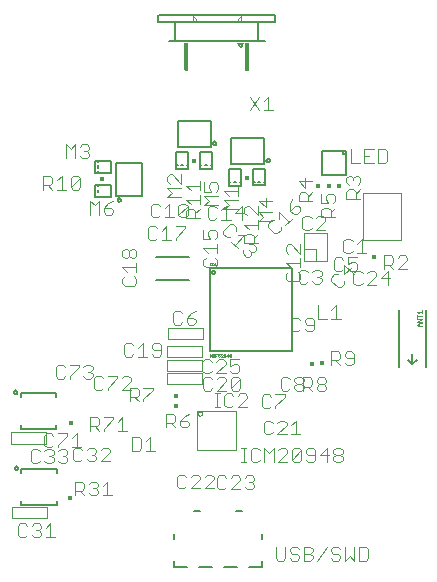
<source format=gto>
G75*
%MOIN*%
%OFA0B0*%
%FSLAX25Y25*%
%IPPOS*%
%LPD*%
%AMOC8*
5,1,8,0,0,1.08239X$1,22.5*
%
%ADD10C,0.00200*%
%ADD11C,0.00400*%
%ADD12C,0.00500*%
%ADD13C,0.00800*%
%ADD14C,0.00197*%
%ADD15R,0.01181X0.01181*%
%ADD16C,0.00100*%
%ADD17C,0.00246*%
%ADD18C,0.00394*%
D10*
X0018270Y0021456D02*
X0006672Y0021456D01*
X0006672Y0025259D01*
X0018270Y0025259D01*
X0018270Y0021456D01*
X0058776Y0084850D02*
X0070375Y0084850D01*
X0070375Y0081047D01*
X0058776Y0081047D01*
X0058776Y0084850D01*
X0058477Y0069861D02*
X0070076Y0069861D01*
X0070076Y0066057D01*
X0058477Y0066057D01*
X0058477Y0069861D01*
X0058383Y0078913D02*
X0069981Y0078913D01*
X0069981Y0075109D01*
X0058383Y0075109D01*
X0058383Y0078913D01*
X0058431Y0074173D02*
X0070030Y0074173D01*
X0070030Y0070370D01*
X0058431Y0070370D01*
X0058431Y0074173D01*
X0017917Y0046256D02*
X0006319Y0046256D01*
X0006319Y0050059D01*
X0017917Y0050059D01*
X0017917Y0046256D01*
D11*
X0011821Y0018885D02*
X0011054Y0019653D01*
X0009519Y0019653D01*
X0008752Y0018885D01*
X0008752Y0015816D01*
X0009519Y0015049D01*
X0011054Y0015049D01*
X0011821Y0015816D01*
X0013356Y0018885D02*
X0014123Y0019653D01*
X0015658Y0019653D01*
X0016425Y0018885D01*
X0016425Y0018118D01*
X0015658Y0017351D01*
X0014891Y0017351D01*
X0015658Y0017351D02*
X0016425Y0016583D01*
X0016425Y0015816D01*
X0015658Y0015049D01*
X0014123Y0015049D01*
X0013356Y0015816D01*
X0017960Y0018118D02*
X0019494Y0019653D01*
X0019494Y0015049D01*
X0017960Y0015049D02*
X0021029Y0015049D01*
X0030209Y0044163D02*
X0029441Y0044930D01*
X0027907Y0044930D01*
X0027139Y0044163D01*
X0027139Y0041094D01*
X0027907Y0040326D01*
X0029441Y0040326D01*
X0030209Y0041094D01*
X0031743Y0044163D02*
X0032511Y0044930D01*
X0034045Y0044930D01*
X0034813Y0044163D01*
X0034813Y0043396D01*
X0034045Y0042628D01*
X0033278Y0042628D01*
X0034045Y0042628D02*
X0034813Y0041861D01*
X0034813Y0041094D01*
X0034045Y0040326D01*
X0032511Y0040326D01*
X0031743Y0041094D01*
X0039416Y0040326D02*
X0036347Y0040326D01*
X0039416Y0043396D01*
X0039416Y0044163D01*
X0038649Y0044930D01*
X0037115Y0044930D01*
X0036347Y0044163D01*
X0016008Y0043704D02*
X0015241Y0044471D01*
X0013706Y0044471D01*
X0012939Y0043704D01*
X0012939Y0040634D01*
X0013706Y0039867D01*
X0015241Y0039867D01*
X0016008Y0040634D01*
X0017543Y0043704D02*
X0018310Y0044471D01*
X0019844Y0044471D01*
X0020612Y0043704D01*
X0020612Y0042936D01*
X0019844Y0042169D01*
X0019077Y0042169D01*
X0019844Y0042169D02*
X0020612Y0041402D01*
X0020612Y0040634D01*
X0019844Y0039867D01*
X0018310Y0039867D01*
X0017543Y0040634D01*
X0022146Y0043704D02*
X0022914Y0044471D01*
X0024448Y0044471D01*
X0025216Y0043704D01*
X0025216Y0042936D01*
X0024448Y0042169D01*
X0023681Y0042169D01*
X0024448Y0042169D02*
X0025216Y0041402D01*
X0025216Y0040634D01*
X0024448Y0039867D01*
X0022914Y0039867D01*
X0022146Y0040634D01*
X0119587Y0144457D02*
X0119587Y0139854D01*
X0122656Y0139854D01*
X0127260Y0144457D02*
X0124191Y0144457D01*
X0124191Y0139854D01*
X0127260Y0139854D01*
X0125726Y0142155D02*
X0124191Y0142155D01*
X0128795Y0144457D02*
X0128795Y0139854D01*
X0131097Y0139854D01*
X0131864Y0140621D01*
X0131864Y0143690D01*
X0131097Y0144457D01*
X0128795Y0144457D01*
X0094723Y0011847D02*
X0094723Y0008011D01*
X0095490Y0007243D01*
X0097025Y0007243D01*
X0097792Y0008011D01*
X0097792Y0011847D01*
X0102396Y0011080D02*
X0101629Y0011847D01*
X0100094Y0011847D01*
X0099327Y0011080D01*
X0099327Y0010313D01*
X0100094Y0009545D01*
X0101629Y0009545D01*
X0102396Y0008778D01*
X0102396Y0008011D01*
X0101629Y0007243D01*
X0100094Y0007243D01*
X0099327Y0008011D01*
X0103931Y0007243D02*
X0103931Y0011847D01*
X0106233Y0011847D01*
X0107000Y0011080D01*
X0107000Y0010313D01*
X0106233Y0009545D01*
X0107000Y0008778D01*
X0107000Y0008011D01*
X0106233Y0007243D01*
X0103931Y0007243D01*
X0103931Y0009545D02*
X0106233Y0009545D01*
X0108535Y0007243D02*
X0111604Y0011847D01*
X0116208Y0011080D02*
X0115441Y0011847D01*
X0113906Y0011847D01*
X0113139Y0011080D01*
X0113139Y0010313D01*
X0113906Y0009545D01*
X0115441Y0009545D01*
X0116208Y0008778D01*
X0116208Y0008011D01*
X0115441Y0007243D01*
X0113906Y0007243D01*
X0113139Y0008011D01*
X0117742Y0011847D02*
X0117742Y0007243D01*
X0119277Y0008778D01*
X0120812Y0007243D01*
X0120812Y0011847D01*
X0122346Y0011847D02*
X0122346Y0007243D01*
X0124648Y0007243D01*
X0125416Y0008011D01*
X0125416Y0011080D01*
X0124648Y0011847D01*
X0122346Y0011847D01*
X0083071Y0187205D02*
X0083071Y0188780D01*
X0082087Y0187795D01*
X0082087Y0187205D01*
X0067913Y0187205D02*
X0067913Y0187795D01*
X0066929Y0188780D01*
X0066929Y0187205D01*
X0085992Y0161930D02*
X0089061Y0157326D01*
X0085992Y0157326D02*
X0089061Y0161930D01*
X0090596Y0160395D02*
X0092131Y0161930D01*
X0092131Y0157326D01*
X0093665Y0157326D02*
X0090596Y0157326D01*
X0083858Y0179921D02*
X0083858Y0179724D01*
X0082874Y0178346D01*
X0081890Y0179724D01*
X0081890Y0179921D01*
X0083858Y0179921D01*
X0083007Y0178533D02*
X0082741Y0178533D01*
X0082456Y0178932D02*
X0083292Y0178932D01*
X0083577Y0179330D02*
X0082171Y0179330D01*
X0081890Y0179729D02*
X0083858Y0179729D01*
X0130791Y0104428D02*
X0130791Y0109032D01*
X0133093Y0109032D01*
X0133861Y0108265D01*
X0133861Y0106730D01*
X0133093Y0105963D01*
X0130791Y0105963D01*
X0132326Y0105963D02*
X0133861Y0104428D01*
X0138465Y0104428D02*
X0135395Y0104428D01*
X0138465Y0107498D01*
X0138465Y0108265D01*
X0137697Y0109032D01*
X0136163Y0109032D01*
X0135395Y0108265D01*
X0106605Y0121345D02*
X0105838Y0122113D01*
X0104304Y0122113D01*
X0103536Y0121345D01*
X0103536Y0118276D01*
X0104304Y0117509D01*
X0105838Y0117509D01*
X0106605Y0118276D01*
X0111209Y0117509D02*
X0108140Y0117509D01*
X0111209Y0120578D01*
X0111209Y0121345D01*
X0110442Y0122113D01*
X0108907Y0122113D01*
X0108140Y0121345D01*
X0120247Y0113673D02*
X0119480Y0114441D01*
X0117945Y0114441D01*
X0117178Y0113673D01*
X0117178Y0110604D01*
X0117945Y0109837D01*
X0119480Y0109837D01*
X0120247Y0110604D01*
X0121781Y0112906D02*
X0123316Y0114441D01*
X0123316Y0109837D01*
X0121781Y0109837D02*
X0124851Y0109837D01*
X0105333Y0103404D02*
X0104566Y0104171D01*
X0103031Y0104171D01*
X0102264Y0103404D01*
X0102264Y0100334D01*
X0103031Y0099567D01*
X0104566Y0099567D01*
X0105333Y0100334D01*
X0106868Y0103404D02*
X0107635Y0104171D01*
X0109170Y0104171D01*
X0109937Y0103404D01*
X0109937Y0102636D01*
X0109170Y0101869D01*
X0108403Y0101869D01*
X0109170Y0101869D02*
X0109937Y0101102D01*
X0109937Y0100334D01*
X0109170Y0099567D01*
X0107635Y0099567D01*
X0106868Y0100334D01*
X0115248Y0102662D02*
X0114163Y0102662D01*
X0113077Y0101576D01*
X0113077Y0100491D01*
X0115248Y0098321D01*
X0116333Y0098321D01*
X0117418Y0099406D01*
X0117418Y0100491D01*
X0120674Y0102662D02*
X0117418Y0105917D01*
X0117418Y0102662D01*
X0119588Y0104832D01*
X0056087Y0125503D02*
X0055319Y0126270D01*
X0053785Y0126270D01*
X0053017Y0125503D01*
X0053017Y0122433D01*
X0053785Y0121666D01*
X0055319Y0121666D01*
X0056087Y0122433D01*
X0057621Y0124735D02*
X0059156Y0126270D01*
X0059156Y0121666D01*
X0057621Y0121666D02*
X0060691Y0121666D01*
X0062225Y0122433D02*
X0062225Y0125503D01*
X0062992Y0126270D01*
X0064527Y0126270D01*
X0065294Y0125503D01*
X0065294Y0122433D01*
X0064527Y0121666D01*
X0062992Y0121666D01*
X0062225Y0122433D01*
X0065294Y0125503D01*
X0063376Y0089761D02*
X0062609Y0090528D01*
X0061074Y0090528D01*
X0060307Y0089761D01*
X0060307Y0086692D01*
X0061074Y0085924D01*
X0062609Y0085924D01*
X0063376Y0086692D01*
X0067980Y0090528D02*
X0066446Y0089761D01*
X0064911Y0088226D01*
X0064911Y0086692D01*
X0065678Y0085924D01*
X0067213Y0085924D01*
X0067980Y0086692D01*
X0067980Y0087459D01*
X0067213Y0088226D01*
X0064911Y0088226D01*
X0093026Y0061958D02*
X0092259Y0062725D01*
X0090724Y0062725D01*
X0089957Y0061958D01*
X0089957Y0058889D01*
X0090724Y0058121D01*
X0092259Y0058121D01*
X0093026Y0058889D01*
X0094561Y0062725D02*
X0097630Y0062725D01*
X0097630Y0061958D01*
X0094561Y0058889D01*
X0094561Y0058121D01*
X0099339Y0067741D02*
X0098571Y0068508D01*
X0097037Y0068508D01*
X0096269Y0067741D01*
X0096269Y0064671D01*
X0097037Y0063904D01*
X0098571Y0063904D01*
X0099339Y0064671D01*
X0100873Y0067741D02*
X0101641Y0068508D01*
X0103175Y0068508D01*
X0103943Y0067741D01*
X0103943Y0066973D01*
X0103175Y0066206D01*
X0103943Y0065439D01*
X0103943Y0064671D01*
X0103175Y0063904D01*
X0101641Y0063904D01*
X0100873Y0064671D01*
X0100873Y0065439D01*
X0101641Y0066206D01*
X0100873Y0066973D01*
X0100873Y0067741D01*
X0101641Y0066206D02*
X0103175Y0066206D01*
X0102842Y0087473D02*
X0102074Y0088241D01*
X0100540Y0088241D01*
X0099772Y0087473D01*
X0099772Y0084404D01*
X0100540Y0083637D01*
X0102074Y0083637D01*
X0102842Y0084404D01*
X0104376Y0084404D02*
X0105144Y0083637D01*
X0106678Y0083637D01*
X0107446Y0084404D01*
X0107446Y0087473D01*
X0106678Y0088241D01*
X0105144Y0088241D01*
X0104376Y0087473D01*
X0104376Y0086706D01*
X0105144Y0085939D01*
X0107446Y0085939D01*
X0098860Y0103446D02*
X0098093Y0102679D01*
X0098093Y0101144D01*
X0098860Y0100377D01*
X0101929Y0100377D01*
X0102696Y0101144D01*
X0102696Y0102679D01*
X0101929Y0103446D01*
X0099627Y0104981D02*
X0098093Y0106515D01*
X0102696Y0106515D01*
X0102696Y0104981D02*
X0102696Y0108050D01*
X0102696Y0112654D02*
X0102696Y0109585D01*
X0099627Y0112654D01*
X0098860Y0112654D01*
X0098093Y0111887D01*
X0098093Y0110352D01*
X0098860Y0109585D01*
X0071254Y0108265D02*
X0070486Y0107498D01*
X0070486Y0105963D01*
X0071254Y0105196D01*
X0074323Y0105196D01*
X0075090Y0105963D01*
X0075090Y0107498D01*
X0074323Y0108265D01*
X0072021Y0109800D02*
X0070486Y0111334D01*
X0075090Y0111334D01*
X0075090Y0109800D02*
X0075090Y0112869D01*
X0070486Y0117473D02*
X0070486Y0114404D01*
X0072788Y0114404D01*
X0072021Y0115938D01*
X0072021Y0116705D01*
X0072788Y0117473D01*
X0074323Y0117473D01*
X0075090Y0116705D01*
X0075090Y0115171D01*
X0074323Y0114404D01*
X0081526Y0117283D02*
X0081526Y0118368D01*
X0080441Y0119453D01*
X0079355Y0119453D01*
X0077185Y0117283D01*
X0077185Y0116198D01*
X0078270Y0115113D01*
X0079355Y0115112D01*
X0082068Y0115655D02*
X0084239Y0115655D01*
X0080983Y0112400D01*
X0079898Y0113485D02*
X0082068Y0111314D01*
X0085866Y0112942D02*
X0086952Y0112942D01*
X0088037Y0111857D01*
X0088037Y0110772D01*
X0087494Y0110229D01*
X0086409Y0110229D01*
X0085866Y0110772D01*
X0086409Y0110229D02*
X0086409Y0109144D01*
X0085866Y0108602D01*
X0084781Y0108602D01*
X0083696Y0109687D01*
X0083696Y0110772D01*
X0074984Y0124752D02*
X0074217Y0125519D01*
X0072682Y0125519D01*
X0071915Y0124752D01*
X0071915Y0121682D01*
X0072682Y0120915D01*
X0074217Y0120915D01*
X0074984Y0121682D01*
X0076519Y0123984D02*
X0078054Y0125519D01*
X0078054Y0120915D01*
X0079588Y0120915D02*
X0076519Y0120915D01*
X0083425Y0120915D02*
X0083425Y0125519D01*
X0081123Y0123217D01*
X0084192Y0123217D01*
X0044317Y0102030D02*
X0043549Y0101263D01*
X0043549Y0099728D01*
X0044317Y0098961D01*
X0047386Y0098961D01*
X0048153Y0099728D01*
X0048153Y0101263D01*
X0047386Y0102030D01*
X0045084Y0103565D02*
X0043549Y0105100D01*
X0048153Y0105100D01*
X0048153Y0106634D02*
X0048153Y0103565D01*
X0044317Y0108169D02*
X0043549Y0108936D01*
X0043549Y0110471D01*
X0044317Y0111238D01*
X0045084Y0111238D01*
X0045851Y0110471D01*
X0046619Y0111238D01*
X0047386Y0111238D01*
X0048153Y0110471D01*
X0048153Y0108936D01*
X0047386Y0108169D01*
X0046619Y0108169D01*
X0045851Y0108936D01*
X0045084Y0108169D01*
X0044317Y0108169D01*
X0045851Y0108936D02*
X0045851Y0110471D01*
X0055106Y0117983D02*
X0054339Y0118750D01*
X0052804Y0118750D01*
X0052037Y0117983D01*
X0052037Y0114914D01*
X0052804Y0114146D01*
X0054339Y0114146D01*
X0055106Y0114914D01*
X0056641Y0117216D02*
X0058176Y0118750D01*
X0058176Y0114146D01*
X0059710Y0114146D02*
X0056641Y0114146D01*
X0061245Y0118750D02*
X0064314Y0118750D01*
X0064314Y0117983D01*
X0061245Y0114914D01*
X0061245Y0114146D01*
X0073471Y0067803D02*
X0072704Y0068570D01*
X0071169Y0068570D01*
X0070402Y0067803D01*
X0070402Y0064733D01*
X0071169Y0063966D01*
X0072704Y0063966D01*
X0073471Y0064733D01*
X0078075Y0063966D02*
X0075005Y0063966D01*
X0078075Y0067035D01*
X0078075Y0067803D01*
X0077307Y0068570D01*
X0075773Y0068570D01*
X0075005Y0067803D01*
X0079609Y0064733D02*
X0079609Y0067803D01*
X0080377Y0068570D01*
X0081911Y0068570D01*
X0082679Y0067803D01*
X0082679Y0064733D01*
X0081911Y0063966D01*
X0080377Y0063966D01*
X0079609Y0064733D01*
X0082679Y0067803D01*
X0047195Y0079059D02*
X0046428Y0079827D01*
X0044893Y0079827D01*
X0044126Y0079059D01*
X0044126Y0075990D01*
X0044893Y0075223D01*
X0046428Y0075223D01*
X0047195Y0075990D01*
X0048730Y0078292D02*
X0050265Y0079827D01*
X0050265Y0075223D01*
X0051799Y0075223D02*
X0048730Y0075223D01*
X0053334Y0075990D02*
X0054101Y0075223D01*
X0055636Y0075223D01*
X0056403Y0075990D01*
X0056403Y0079059D01*
X0055636Y0079827D01*
X0054101Y0079827D01*
X0053334Y0079059D01*
X0053334Y0078292D01*
X0054101Y0077525D01*
X0056403Y0077525D01*
X0117089Y0107600D02*
X0116322Y0108368D01*
X0114787Y0108368D01*
X0114020Y0107600D01*
X0114020Y0104531D01*
X0114787Y0103764D01*
X0116322Y0103764D01*
X0117089Y0104531D01*
X0121693Y0108368D02*
X0118624Y0108368D01*
X0118624Y0106066D01*
X0120158Y0106833D01*
X0120926Y0106833D01*
X0121693Y0106066D01*
X0121693Y0104531D01*
X0120926Y0103764D01*
X0119391Y0103764D01*
X0118624Y0104531D01*
X0094086Y0120710D02*
X0093001Y0120710D01*
X0091916Y0119625D01*
X0091916Y0118540D01*
X0094086Y0116369D01*
X0095171Y0116369D01*
X0096257Y0117455D01*
X0096257Y0118540D01*
X0095714Y0121253D02*
X0095714Y0123423D01*
X0098969Y0120167D01*
X0097884Y0119082D02*
X0100055Y0121253D01*
X0100055Y0127764D02*
X0099512Y0126136D01*
X0099512Y0123965D01*
X0100597Y0122880D01*
X0101682Y0122880D01*
X0102767Y0123965D01*
X0102767Y0125051D01*
X0102225Y0125593D01*
X0101140Y0125593D01*
X0099512Y0123965D01*
X0123635Y0103031D02*
X0122868Y0103798D01*
X0121333Y0103798D01*
X0120566Y0103031D01*
X0120566Y0099961D01*
X0121333Y0099194D01*
X0122868Y0099194D01*
X0123635Y0099961D01*
X0128239Y0099194D02*
X0125170Y0099194D01*
X0128239Y0102263D01*
X0128239Y0103031D01*
X0127472Y0103798D01*
X0125937Y0103798D01*
X0125170Y0103031D01*
X0132076Y0099194D02*
X0132076Y0103798D01*
X0129774Y0101496D01*
X0132843Y0101496D01*
X0073307Y0073611D02*
X0072539Y0074379D01*
X0071005Y0074379D01*
X0070237Y0073611D01*
X0070237Y0070542D01*
X0071005Y0069775D01*
X0072539Y0069775D01*
X0073307Y0070542D01*
X0077911Y0069775D02*
X0074841Y0069775D01*
X0077911Y0072844D01*
X0077911Y0073611D01*
X0077143Y0074379D01*
X0075609Y0074379D01*
X0074841Y0073611D01*
X0082515Y0074379D02*
X0079445Y0074379D01*
X0079445Y0072077D01*
X0080980Y0072844D01*
X0081747Y0072844D01*
X0082515Y0072077D01*
X0082515Y0070542D01*
X0081747Y0069775D01*
X0080213Y0069775D01*
X0079445Y0070542D01*
X0108631Y0092343D02*
X0108631Y0087739D01*
X0111700Y0087739D01*
X0113235Y0090809D02*
X0114770Y0092343D01*
X0114770Y0087739D01*
X0116304Y0087739D02*
X0113235Y0087739D01*
X0122784Y0127960D02*
X0118180Y0127960D01*
X0118180Y0130262D01*
X0118948Y0131029D01*
X0120482Y0131029D01*
X0121250Y0130262D01*
X0121250Y0127960D01*
X0121250Y0129494D02*
X0122784Y0131029D01*
X0118948Y0132564D02*
X0118180Y0133331D01*
X0118180Y0134866D01*
X0118948Y0135633D01*
X0119715Y0135633D01*
X0120482Y0134866D01*
X0120482Y0134098D01*
X0120482Y0134866D02*
X0121250Y0135633D01*
X0122017Y0135633D01*
X0122784Y0134866D01*
X0122784Y0133331D01*
X0122017Y0132564D01*
X0106863Y0126976D02*
X0102259Y0126976D01*
X0102259Y0129278D01*
X0103026Y0130046D01*
X0104561Y0130046D01*
X0105328Y0129278D01*
X0105328Y0126976D01*
X0105328Y0128511D02*
X0106863Y0130046D01*
X0106863Y0133882D02*
X0102259Y0133882D01*
X0104561Y0131580D01*
X0104561Y0134650D01*
X0114489Y0121771D02*
X0109885Y0121771D01*
X0109885Y0124073D01*
X0110652Y0124840D01*
X0112187Y0124840D01*
X0112954Y0124073D01*
X0112954Y0121771D01*
X0112954Y0123305D02*
X0114489Y0124840D01*
X0109885Y0129444D02*
X0109885Y0126375D01*
X0112187Y0126375D01*
X0111420Y0127909D01*
X0111420Y0128677D01*
X0112187Y0129444D01*
X0113722Y0129444D01*
X0114489Y0128677D01*
X0114489Y0127142D01*
X0113722Y0126375D01*
X0075959Y0058369D02*
X0074424Y0058369D01*
X0075192Y0058369D02*
X0075192Y0062973D01*
X0075959Y0062973D02*
X0074424Y0062973D01*
X0080563Y0062206D02*
X0079796Y0062973D01*
X0078261Y0062973D01*
X0077494Y0062206D01*
X0077494Y0059137D01*
X0078261Y0058369D01*
X0079796Y0058369D01*
X0080563Y0059137D01*
X0085167Y0058369D02*
X0082098Y0058369D01*
X0085167Y0061439D01*
X0085167Y0062206D01*
X0084400Y0062973D01*
X0082865Y0062973D01*
X0082098Y0062206D01*
X0083204Y0040192D02*
X0084739Y0040192D01*
X0083971Y0040192D02*
X0083971Y0044796D01*
X0083204Y0044796D02*
X0084739Y0044796D01*
X0089342Y0044029D02*
X0088575Y0044796D01*
X0087041Y0044796D01*
X0086273Y0044029D01*
X0086273Y0040959D01*
X0087041Y0040192D01*
X0088575Y0040192D01*
X0089342Y0040959D01*
X0090877Y0040192D02*
X0090877Y0044796D01*
X0092412Y0043261D01*
X0093946Y0044796D01*
X0093946Y0040192D01*
X0098550Y0040192D02*
X0095481Y0040192D01*
X0098550Y0043261D01*
X0098550Y0044029D01*
X0097783Y0044796D01*
X0096248Y0044796D01*
X0095481Y0044029D01*
X0100085Y0040959D02*
X0100085Y0044029D01*
X0100852Y0044796D01*
X0102387Y0044796D01*
X0103154Y0044029D01*
X0103154Y0040959D01*
X0102387Y0040192D01*
X0100852Y0040192D01*
X0100085Y0040959D01*
X0103154Y0044029D01*
X0104689Y0040959D02*
X0105456Y0040192D01*
X0106991Y0040192D01*
X0107758Y0040959D01*
X0107758Y0044029D01*
X0106991Y0044796D01*
X0105456Y0044796D01*
X0104689Y0044029D01*
X0104689Y0043261D01*
X0105456Y0042494D01*
X0107758Y0042494D01*
X0111595Y0040192D02*
X0111595Y0044796D01*
X0109293Y0042494D01*
X0112362Y0042494D01*
X0113897Y0044029D02*
X0114664Y0044796D01*
X0116199Y0044796D01*
X0116966Y0044029D01*
X0116966Y0043261D01*
X0116199Y0042494D01*
X0116966Y0041727D01*
X0116966Y0040959D01*
X0116199Y0040192D01*
X0114664Y0040192D01*
X0113897Y0040959D01*
X0113897Y0041727D01*
X0114664Y0042494D01*
X0113897Y0043261D01*
X0113897Y0044029D01*
X0114664Y0042494D02*
X0116199Y0042494D01*
X0027763Y0029023D02*
X0027763Y0033627D01*
X0030065Y0033627D01*
X0030832Y0032859D01*
X0030832Y0031325D01*
X0030065Y0030557D01*
X0027763Y0030557D01*
X0029298Y0030557D02*
X0030832Y0029023D01*
X0032367Y0032859D02*
X0033134Y0033627D01*
X0034669Y0033627D01*
X0035436Y0032859D01*
X0035436Y0032092D01*
X0034669Y0031325D01*
X0033902Y0031325D01*
X0034669Y0031325D02*
X0035436Y0030557D01*
X0035436Y0029790D01*
X0034669Y0029023D01*
X0033134Y0029023D01*
X0032367Y0029790D01*
X0036971Y0032092D02*
X0038505Y0033627D01*
X0038505Y0029023D01*
X0036971Y0029023D02*
X0040040Y0029023D01*
X0058122Y0051657D02*
X0058122Y0056261D01*
X0060424Y0056261D01*
X0061191Y0055493D01*
X0061191Y0053959D01*
X0060424Y0053191D01*
X0058122Y0053191D01*
X0059657Y0053191D02*
X0061191Y0051657D01*
X0065795Y0056261D02*
X0064261Y0055493D01*
X0062726Y0053959D01*
X0062726Y0052424D01*
X0063493Y0051657D01*
X0065028Y0051657D01*
X0065795Y0052424D01*
X0065795Y0053191D01*
X0065028Y0053959D01*
X0062726Y0053959D01*
X0045972Y0060314D02*
X0045972Y0064918D01*
X0048274Y0064918D01*
X0049042Y0064151D01*
X0049042Y0062616D01*
X0048274Y0061849D01*
X0045972Y0061849D01*
X0047507Y0061849D02*
X0049042Y0060314D01*
X0050576Y0064918D02*
X0053646Y0064918D01*
X0053646Y0064151D01*
X0050576Y0061081D01*
X0050576Y0060314D01*
X0103768Y0063763D02*
X0103768Y0068367D01*
X0106070Y0068367D01*
X0106837Y0067600D01*
X0106837Y0066065D01*
X0106070Y0065298D01*
X0103768Y0065298D01*
X0105302Y0065298D02*
X0106837Y0063763D01*
X0108372Y0067600D02*
X0109139Y0068367D01*
X0110674Y0068367D01*
X0111441Y0067600D01*
X0111441Y0066832D01*
X0110674Y0066065D01*
X0111441Y0065298D01*
X0111441Y0064530D01*
X0110674Y0063763D01*
X0109139Y0063763D01*
X0108372Y0064530D01*
X0108372Y0065298D01*
X0109139Y0066065D01*
X0108372Y0066832D01*
X0108372Y0067600D01*
X0109139Y0066065D02*
X0110674Y0066065D01*
X0112976Y0072464D02*
X0112976Y0077068D01*
X0115278Y0077068D01*
X0116045Y0076300D01*
X0116045Y0074766D01*
X0115278Y0073998D01*
X0112976Y0073998D01*
X0114510Y0073998D02*
X0116045Y0072464D01*
X0117580Y0073231D02*
X0118347Y0072464D01*
X0119881Y0072464D01*
X0120649Y0073231D01*
X0120649Y0076300D01*
X0119881Y0077068D01*
X0118347Y0077068D01*
X0117580Y0076300D01*
X0117580Y0075533D01*
X0118347Y0074766D01*
X0120649Y0074766D01*
X0093671Y0053155D02*
X0092904Y0053922D01*
X0091369Y0053922D01*
X0090602Y0053155D01*
X0090602Y0050085D01*
X0091369Y0049318D01*
X0092904Y0049318D01*
X0093671Y0050085D01*
X0098275Y0049318D02*
X0095205Y0049318D01*
X0098275Y0052387D01*
X0098275Y0053155D01*
X0097507Y0053922D01*
X0095973Y0053922D01*
X0095205Y0053155D01*
X0099809Y0052387D02*
X0101344Y0053922D01*
X0101344Y0049318D01*
X0099809Y0049318D02*
X0102879Y0049318D01*
X0064789Y0035167D02*
X0064022Y0035934D01*
X0062487Y0035934D01*
X0061720Y0035167D01*
X0061720Y0032097D01*
X0062487Y0031330D01*
X0064022Y0031330D01*
X0064789Y0032097D01*
X0069393Y0031330D02*
X0066324Y0031330D01*
X0069393Y0034399D01*
X0069393Y0035167D01*
X0068626Y0035934D01*
X0067091Y0035934D01*
X0066324Y0035167D01*
X0073997Y0031330D02*
X0070928Y0031330D01*
X0073997Y0034399D01*
X0073997Y0035167D01*
X0073229Y0035934D01*
X0071695Y0035934D01*
X0070928Y0035167D01*
X0078163Y0034911D02*
X0077396Y0035678D01*
X0075861Y0035678D01*
X0075094Y0034911D01*
X0075094Y0031841D01*
X0075861Y0031074D01*
X0077396Y0031074D01*
X0078163Y0031841D01*
X0082767Y0031074D02*
X0079698Y0031074D01*
X0082767Y0034143D01*
X0082767Y0034911D01*
X0082000Y0035678D01*
X0080465Y0035678D01*
X0079698Y0034911D01*
X0084302Y0034911D02*
X0085069Y0035678D01*
X0086604Y0035678D01*
X0087371Y0034911D01*
X0087371Y0034143D01*
X0086604Y0033376D01*
X0085836Y0033376D01*
X0086604Y0033376D02*
X0087371Y0032609D01*
X0087371Y0031841D01*
X0086604Y0031074D01*
X0085069Y0031074D01*
X0084302Y0031841D01*
X0024712Y0141385D02*
X0024712Y0145989D01*
X0026246Y0144454D01*
X0027781Y0145989D01*
X0027781Y0141385D01*
X0029316Y0145222D02*
X0030083Y0145989D01*
X0031618Y0145989D01*
X0032385Y0145222D01*
X0032385Y0144454D01*
X0031618Y0143687D01*
X0030850Y0143687D01*
X0031618Y0143687D02*
X0032385Y0142920D01*
X0032385Y0142152D01*
X0031618Y0141385D01*
X0030083Y0141385D01*
X0029316Y0142152D01*
X0063170Y0128322D02*
X0058566Y0128322D01*
X0060101Y0129857D01*
X0058566Y0131391D01*
X0063170Y0131391D01*
X0063170Y0135995D02*
X0063170Y0132926D01*
X0060101Y0135995D01*
X0059333Y0135995D01*
X0058566Y0135228D01*
X0058566Y0133693D01*
X0059333Y0132926D01*
X0082072Y0124342D02*
X0077468Y0124342D01*
X0079002Y0125876D01*
X0077468Y0127411D01*
X0082072Y0127411D01*
X0079002Y0128946D02*
X0077468Y0130480D01*
X0082072Y0130480D01*
X0082072Y0128946D02*
X0082072Y0132015D01*
X0032739Y0122574D02*
X0032739Y0127178D01*
X0034274Y0125643D01*
X0035809Y0127178D01*
X0035809Y0122574D01*
X0040413Y0127178D02*
X0038878Y0126411D01*
X0037343Y0124876D01*
X0037343Y0123341D01*
X0038111Y0122574D01*
X0039645Y0122574D01*
X0040413Y0123341D01*
X0040413Y0124109D01*
X0039645Y0124876D01*
X0037343Y0124876D01*
X0075402Y0125649D02*
X0070798Y0125649D01*
X0072333Y0127183D01*
X0070798Y0128718D01*
X0075402Y0128718D01*
X0070798Y0133322D02*
X0070798Y0130253D01*
X0073100Y0130253D01*
X0072333Y0131787D01*
X0072333Y0132555D01*
X0073100Y0133322D01*
X0074635Y0133322D01*
X0075402Y0132555D01*
X0075402Y0131020D01*
X0074635Y0130253D01*
X0093548Y0120381D02*
X0088944Y0120381D01*
X0090479Y0121916D01*
X0088944Y0123450D01*
X0093548Y0123450D01*
X0093548Y0127287D02*
X0088944Y0127287D01*
X0091246Y0124985D01*
X0091246Y0128054D01*
X0017128Y0130905D02*
X0017128Y0135509D01*
X0019430Y0135509D01*
X0020198Y0134741D01*
X0020198Y0133207D01*
X0019430Y0132439D01*
X0017128Y0132439D01*
X0018663Y0132439D02*
X0020198Y0130905D01*
X0021732Y0133974D02*
X0023267Y0135509D01*
X0023267Y0130905D01*
X0021732Y0130905D02*
X0024802Y0130905D01*
X0026336Y0131672D02*
X0026336Y0134741D01*
X0027104Y0135509D01*
X0028638Y0135509D01*
X0029405Y0134741D01*
X0029405Y0131672D01*
X0028638Y0130905D01*
X0027104Y0130905D01*
X0026336Y0131672D01*
X0029405Y0134741D01*
X0069391Y0121483D02*
X0064787Y0121483D01*
X0064787Y0123785D01*
X0065554Y0124552D01*
X0067089Y0124552D01*
X0067856Y0123785D01*
X0067856Y0121483D01*
X0067856Y0123017D02*
X0069391Y0124552D01*
X0066321Y0126087D02*
X0064787Y0127621D01*
X0069391Y0127621D01*
X0069391Y0126087D02*
X0069391Y0129156D01*
X0066321Y0130691D02*
X0064787Y0132225D01*
X0069391Y0132225D01*
X0069391Y0130691D02*
X0069391Y0133760D01*
X0088816Y0113156D02*
X0084212Y0113156D01*
X0084212Y0115458D01*
X0084979Y0116225D01*
X0086514Y0116225D01*
X0087281Y0115458D01*
X0087281Y0113156D01*
X0087281Y0114691D02*
X0088816Y0116225D01*
X0085746Y0117760D02*
X0084212Y0119294D01*
X0088816Y0119294D01*
X0088816Y0117760D02*
X0088816Y0120829D01*
X0088816Y0125433D02*
X0088816Y0122364D01*
X0085746Y0125433D01*
X0084979Y0125433D01*
X0084212Y0124666D01*
X0084212Y0123131D01*
X0084979Y0122364D01*
X0020572Y0048946D02*
X0019804Y0049713D01*
X0018270Y0049713D01*
X0017502Y0048946D01*
X0017502Y0045877D01*
X0018270Y0045109D01*
X0019804Y0045109D01*
X0020572Y0045877D01*
X0022106Y0049713D02*
X0025176Y0049713D01*
X0025176Y0048946D01*
X0022106Y0045877D01*
X0022106Y0045109D01*
X0026710Y0048179D02*
X0028245Y0049713D01*
X0028245Y0045109D01*
X0026710Y0045109D02*
X0029780Y0045109D01*
X0037108Y0068013D02*
X0036341Y0068780D01*
X0034806Y0068780D01*
X0034039Y0068013D01*
X0034039Y0064944D01*
X0034806Y0064176D01*
X0036341Y0064176D01*
X0037108Y0064944D01*
X0038643Y0068780D02*
X0041712Y0068780D01*
X0041712Y0068013D01*
X0038643Y0064944D01*
X0038643Y0064176D01*
X0046316Y0064176D02*
X0043246Y0064176D01*
X0046316Y0067246D01*
X0046316Y0068013D01*
X0045548Y0068780D01*
X0044014Y0068780D01*
X0043246Y0068013D01*
X0024435Y0071745D02*
X0023667Y0072513D01*
X0022133Y0072513D01*
X0021365Y0071745D01*
X0021365Y0068676D01*
X0022133Y0067909D01*
X0023667Y0067909D01*
X0024435Y0068676D01*
X0025969Y0072513D02*
X0029039Y0072513D01*
X0029039Y0071745D01*
X0025969Y0068676D01*
X0025969Y0067909D01*
X0030573Y0071745D02*
X0031341Y0072513D01*
X0032875Y0072513D01*
X0033642Y0071745D01*
X0033642Y0070978D01*
X0032875Y0070211D01*
X0032108Y0070211D01*
X0032875Y0070211D02*
X0033642Y0069443D01*
X0033642Y0068676D01*
X0032875Y0067909D01*
X0031341Y0067909D01*
X0030573Y0068676D01*
X0032814Y0050523D02*
X0032814Y0055127D01*
X0035116Y0055127D01*
X0035883Y0054359D01*
X0035883Y0052825D01*
X0035116Y0052057D01*
X0032814Y0052057D01*
X0034349Y0052057D02*
X0035883Y0050523D01*
X0037418Y0055127D02*
X0040487Y0055127D01*
X0040487Y0054359D01*
X0037418Y0051290D01*
X0037418Y0050523D01*
X0042022Y0053592D02*
X0043557Y0055127D01*
X0043557Y0050523D01*
X0045091Y0050523D02*
X0042022Y0050523D01*
X0046731Y0048520D02*
X0046731Y0043917D01*
X0049033Y0043917D01*
X0049801Y0044684D01*
X0049801Y0047753D01*
X0049033Y0048520D01*
X0046731Y0048520D01*
X0051335Y0046986D02*
X0052870Y0048520D01*
X0052870Y0043917D01*
X0051335Y0043917D02*
X0054405Y0043917D01*
D12*
X0021617Y0025952D02*
X0009806Y0025952D01*
X0021617Y0037763D02*
X0009806Y0037763D01*
X0009806Y0036582D01*
X0021617Y0036582D02*
X0021617Y0037763D01*
X0021617Y0027133D02*
X0021617Y0025952D01*
X0009806Y0025952D02*
X0009806Y0027133D01*
X0007674Y0038157D02*
X0007676Y0038204D01*
X0007682Y0038250D01*
X0007691Y0038296D01*
X0007705Y0038340D01*
X0007722Y0038384D01*
X0007743Y0038425D01*
X0007767Y0038465D01*
X0007794Y0038503D01*
X0007825Y0038538D01*
X0007858Y0038571D01*
X0007894Y0038601D01*
X0007933Y0038627D01*
X0007973Y0038651D01*
X0008015Y0038670D01*
X0008059Y0038687D01*
X0008104Y0038699D01*
X0008150Y0038708D01*
X0008196Y0038713D01*
X0008243Y0038714D01*
X0008289Y0038711D01*
X0008335Y0038704D01*
X0008381Y0038693D01*
X0008425Y0038679D01*
X0008468Y0038661D01*
X0008509Y0038639D01*
X0008549Y0038614D01*
X0008586Y0038586D01*
X0008621Y0038555D01*
X0008653Y0038521D01*
X0008682Y0038484D01*
X0008707Y0038446D01*
X0008730Y0038405D01*
X0008749Y0038362D01*
X0008764Y0038318D01*
X0008776Y0038273D01*
X0008784Y0038227D01*
X0008788Y0038180D01*
X0008788Y0038134D01*
X0008784Y0038087D01*
X0008776Y0038041D01*
X0008764Y0037996D01*
X0008749Y0037952D01*
X0008730Y0037909D01*
X0008707Y0037868D01*
X0008682Y0037830D01*
X0008653Y0037793D01*
X0008621Y0037759D01*
X0008586Y0037728D01*
X0008549Y0037700D01*
X0008510Y0037675D01*
X0008468Y0037653D01*
X0008425Y0037635D01*
X0008381Y0037621D01*
X0008335Y0037610D01*
X0008289Y0037603D01*
X0008243Y0037600D01*
X0008196Y0037601D01*
X0008150Y0037606D01*
X0008104Y0037615D01*
X0008059Y0037627D01*
X0008015Y0037644D01*
X0007973Y0037663D01*
X0007933Y0037687D01*
X0007894Y0037713D01*
X0007858Y0037743D01*
X0007825Y0037776D01*
X0007794Y0037811D01*
X0007767Y0037849D01*
X0007743Y0037889D01*
X0007722Y0037930D01*
X0007705Y0037974D01*
X0007691Y0038018D01*
X0007682Y0038064D01*
X0007676Y0038110D01*
X0007674Y0038157D01*
X0110200Y0143843D02*
X0117089Y0143843D01*
X0118074Y0143843D01*
X0118074Y0142858D01*
X0118074Y0135969D01*
X0110200Y0135969D01*
X0110200Y0143843D01*
X0117089Y0143843D02*
X0117089Y0142858D01*
X0118074Y0142858D01*
X0090157Y0006978D02*
X0090157Y0005009D01*
X0085728Y0005009D01*
X0081791Y0005009D02*
X0077362Y0005009D01*
X0073425Y0005009D02*
X0068996Y0005009D01*
X0065059Y0005009D02*
X0060630Y0005009D01*
X0060630Y0006978D01*
X0090157Y0014458D02*
X0090157Y0016033D01*
X0060630Y0016033D02*
X0060630Y0014458D01*
X0081299Y0023907D02*
X0083465Y0023907D01*
X0069488Y0023907D02*
X0067323Y0023907D01*
X0041343Y0128705D02*
X0041343Y0139728D01*
X0050004Y0139728D01*
X0050004Y0128705D01*
X0041343Y0128705D01*
X0041967Y0127524D02*
X0041969Y0127571D01*
X0041975Y0127617D01*
X0041984Y0127663D01*
X0041998Y0127707D01*
X0042015Y0127751D01*
X0042036Y0127792D01*
X0042060Y0127832D01*
X0042087Y0127870D01*
X0042118Y0127905D01*
X0042151Y0127938D01*
X0042187Y0127968D01*
X0042226Y0127994D01*
X0042266Y0128018D01*
X0042308Y0128037D01*
X0042352Y0128054D01*
X0042397Y0128066D01*
X0042443Y0128075D01*
X0042489Y0128080D01*
X0042536Y0128081D01*
X0042582Y0128078D01*
X0042628Y0128071D01*
X0042674Y0128060D01*
X0042718Y0128046D01*
X0042761Y0128028D01*
X0042802Y0128006D01*
X0042842Y0127981D01*
X0042879Y0127953D01*
X0042914Y0127922D01*
X0042946Y0127888D01*
X0042975Y0127851D01*
X0043000Y0127813D01*
X0043023Y0127772D01*
X0043042Y0127729D01*
X0043057Y0127685D01*
X0043069Y0127640D01*
X0043077Y0127594D01*
X0043081Y0127547D01*
X0043081Y0127501D01*
X0043077Y0127454D01*
X0043069Y0127408D01*
X0043057Y0127363D01*
X0043042Y0127319D01*
X0043023Y0127276D01*
X0043000Y0127235D01*
X0042975Y0127197D01*
X0042946Y0127160D01*
X0042914Y0127126D01*
X0042879Y0127095D01*
X0042842Y0127067D01*
X0042803Y0127042D01*
X0042761Y0127020D01*
X0042718Y0127002D01*
X0042674Y0126988D01*
X0042628Y0126977D01*
X0042582Y0126970D01*
X0042536Y0126967D01*
X0042489Y0126968D01*
X0042443Y0126973D01*
X0042397Y0126982D01*
X0042352Y0126994D01*
X0042308Y0127011D01*
X0042266Y0127030D01*
X0042226Y0127054D01*
X0042187Y0127080D01*
X0042151Y0127110D01*
X0042118Y0127143D01*
X0042087Y0127178D01*
X0042060Y0127216D01*
X0042036Y0127256D01*
X0042015Y0127297D01*
X0041998Y0127341D01*
X0041984Y0127385D01*
X0041975Y0127431D01*
X0041969Y0127477D01*
X0041967Y0127524D01*
X0073122Y0145252D02*
X0062098Y0145252D01*
X0062098Y0153913D01*
X0073122Y0153913D01*
X0073122Y0145252D01*
X0073746Y0146433D02*
X0073748Y0146480D01*
X0073754Y0146526D01*
X0073763Y0146572D01*
X0073777Y0146616D01*
X0073794Y0146660D01*
X0073815Y0146701D01*
X0073839Y0146741D01*
X0073866Y0146779D01*
X0073897Y0146814D01*
X0073930Y0146847D01*
X0073966Y0146877D01*
X0074005Y0146903D01*
X0074045Y0146927D01*
X0074087Y0146946D01*
X0074131Y0146963D01*
X0074176Y0146975D01*
X0074222Y0146984D01*
X0074268Y0146989D01*
X0074315Y0146990D01*
X0074361Y0146987D01*
X0074407Y0146980D01*
X0074453Y0146969D01*
X0074497Y0146955D01*
X0074540Y0146937D01*
X0074581Y0146915D01*
X0074621Y0146890D01*
X0074658Y0146862D01*
X0074693Y0146831D01*
X0074725Y0146797D01*
X0074754Y0146760D01*
X0074779Y0146722D01*
X0074802Y0146681D01*
X0074821Y0146638D01*
X0074836Y0146594D01*
X0074848Y0146549D01*
X0074856Y0146503D01*
X0074860Y0146456D01*
X0074860Y0146410D01*
X0074856Y0146363D01*
X0074848Y0146317D01*
X0074836Y0146272D01*
X0074821Y0146228D01*
X0074802Y0146185D01*
X0074779Y0146144D01*
X0074754Y0146106D01*
X0074725Y0146069D01*
X0074693Y0146035D01*
X0074658Y0146004D01*
X0074621Y0145976D01*
X0074582Y0145951D01*
X0074540Y0145929D01*
X0074497Y0145911D01*
X0074453Y0145897D01*
X0074407Y0145886D01*
X0074361Y0145879D01*
X0074315Y0145876D01*
X0074268Y0145877D01*
X0074222Y0145882D01*
X0074176Y0145891D01*
X0074131Y0145903D01*
X0074087Y0145920D01*
X0074045Y0145939D01*
X0074005Y0145963D01*
X0073966Y0145989D01*
X0073930Y0146019D01*
X0073897Y0146052D01*
X0073866Y0146087D01*
X0073839Y0146125D01*
X0073815Y0146165D01*
X0073794Y0146206D01*
X0073777Y0146250D01*
X0073763Y0146294D01*
X0073754Y0146340D01*
X0073748Y0146386D01*
X0073746Y0146433D01*
X0090902Y0139516D02*
X0079878Y0139516D01*
X0079878Y0148177D01*
X0090902Y0148177D01*
X0090902Y0139516D01*
X0091526Y0140697D02*
X0091528Y0140744D01*
X0091534Y0140790D01*
X0091543Y0140836D01*
X0091557Y0140880D01*
X0091574Y0140924D01*
X0091595Y0140965D01*
X0091619Y0141005D01*
X0091646Y0141043D01*
X0091677Y0141078D01*
X0091710Y0141111D01*
X0091746Y0141141D01*
X0091785Y0141167D01*
X0091825Y0141191D01*
X0091867Y0141210D01*
X0091911Y0141227D01*
X0091956Y0141239D01*
X0092002Y0141248D01*
X0092048Y0141253D01*
X0092095Y0141254D01*
X0092141Y0141251D01*
X0092187Y0141244D01*
X0092233Y0141233D01*
X0092277Y0141219D01*
X0092320Y0141201D01*
X0092361Y0141179D01*
X0092401Y0141154D01*
X0092438Y0141126D01*
X0092473Y0141095D01*
X0092505Y0141061D01*
X0092534Y0141024D01*
X0092559Y0140986D01*
X0092582Y0140945D01*
X0092601Y0140902D01*
X0092616Y0140858D01*
X0092628Y0140813D01*
X0092636Y0140767D01*
X0092640Y0140720D01*
X0092640Y0140674D01*
X0092636Y0140627D01*
X0092628Y0140581D01*
X0092616Y0140536D01*
X0092601Y0140492D01*
X0092582Y0140449D01*
X0092559Y0140408D01*
X0092534Y0140370D01*
X0092505Y0140333D01*
X0092473Y0140299D01*
X0092438Y0140268D01*
X0092401Y0140240D01*
X0092362Y0140215D01*
X0092320Y0140193D01*
X0092277Y0140175D01*
X0092233Y0140161D01*
X0092187Y0140150D01*
X0092141Y0140143D01*
X0092095Y0140140D01*
X0092048Y0140141D01*
X0092002Y0140146D01*
X0091956Y0140155D01*
X0091911Y0140167D01*
X0091867Y0140184D01*
X0091825Y0140203D01*
X0091785Y0140227D01*
X0091746Y0140253D01*
X0091710Y0140283D01*
X0091677Y0140316D01*
X0091646Y0140351D01*
X0091619Y0140389D01*
X0091595Y0140429D01*
X0091574Y0140470D01*
X0091557Y0140514D01*
X0091543Y0140558D01*
X0091534Y0140604D01*
X0091528Y0140650D01*
X0091526Y0140697D01*
X0072634Y0104641D02*
X0072634Y0077082D01*
X0100193Y0077082D01*
X0100193Y0104641D01*
X0072634Y0104641D01*
X0073413Y0103361D02*
X0073415Y0103405D01*
X0073421Y0103449D01*
X0073431Y0103492D01*
X0073444Y0103534D01*
X0073461Y0103575D01*
X0073482Y0103614D01*
X0073506Y0103651D01*
X0073533Y0103686D01*
X0073563Y0103718D01*
X0073596Y0103748D01*
X0073632Y0103774D01*
X0073669Y0103798D01*
X0073709Y0103817D01*
X0073750Y0103834D01*
X0073793Y0103846D01*
X0073836Y0103855D01*
X0073880Y0103860D01*
X0073924Y0103861D01*
X0073968Y0103858D01*
X0074012Y0103851D01*
X0074055Y0103840D01*
X0074097Y0103826D01*
X0074137Y0103808D01*
X0074176Y0103786D01*
X0074212Y0103762D01*
X0074246Y0103734D01*
X0074278Y0103703D01*
X0074307Y0103669D01*
X0074333Y0103633D01*
X0074355Y0103595D01*
X0074374Y0103555D01*
X0074389Y0103513D01*
X0074401Y0103471D01*
X0074409Y0103427D01*
X0074413Y0103383D01*
X0074413Y0103339D01*
X0074409Y0103295D01*
X0074401Y0103251D01*
X0074389Y0103209D01*
X0074374Y0103167D01*
X0074355Y0103127D01*
X0074333Y0103089D01*
X0074307Y0103053D01*
X0074278Y0103019D01*
X0074246Y0102988D01*
X0074212Y0102960D01*
X0074176Y0102936D01*
X0074137Y0102914D01*
X0074097Y0102896D01*
X0074055Y0102882D01*
X0074012Y0102871D01*
X0073968Y0102864D01*
X0073924Y0102861D01*
X0073880Y0102862D01*
X0073836Y0102867D01*
X0073793Y0102876D01*
X0073750Y0102888D01*
X0073709Y0102905D01*
X0073669Y0102924D01*
X0073632Y0102948D01*
X0073596Y0102974D01*
X0073563Y0103004D01*
X0073533Y0103036D01*
X0073506Y0103071D01*
X0073482Y0103108D01*
X0073461Y0103147D01*
X0073444Y0103188D01*
X0073431Y0103230D01*
X0073421Y0103273D01*
X0073415Y0103317D01*
X0073413Y0103361D01*
X0065627Y0108598D02*
X0054800Y0108598D01*
X0054800Y0100724D02*
X0065627Y0100724D01*
X0034276Y0140555D02*
X0035457Y0140555D01*
X0039787Y0140555D01*
X0039787Y0136618D01*
X0035457Y0136618D01*
X0034276Y0136618D01*
X0034276Y0140555D01*
X0035457Y0140555D02*
X0035457Y0140161D01*
X0035457Y0138980D02*
X0035457Y0138193D01*
X0035457Y0137012D02*
X0035457Y0136618D01*
X0061520Y0137925D02*
X0061520Y0139106D01*
X0061520Y0143437D01*
X0065457Y0143437D01*
X0065457Y0139106D01*
X0065457Y0137925D01*
X0061520Y0137925D01*
X0061520Y0139106D02*
X0061913Y0139106D01*
X0063094Y0139106D02*
X0063882Y0139106D01*
X0065063Y0139106D02*
X0065457Y0139106D01*
X0079043Y0132291D02*
X0079043Y0133472D01*
X0079043Y0137803D01*
X0082980Y0137803D01*
X0082980Y0133472D01*
X0082980Y0132291D01*
X0079043Y0132291D01*
X0079043Y0133472D02*
X0079437Y0133472D01*
X0080618Y0133472D02*
X0081406Y0133472D01*
X0082587Y0133472D02*
X0082980Y0133472D01*
X0034299Y0132402D02*
X0035480Y0132402D01*
X0039811Y0132402D01*
X0039811Y0128465D01*
X0035480Y0128465D01*
X0034299Y0128465D01*
X0034299Y0132402D01*
X0035480Y0132402D02*
X0035480Y0132008D01*
X0035480Y0130827D02*
X0035480Y0130039D01*
X0035480Y0128858D02*
X0035480Y0128465D01*
X0069382Y0137929D02*
X0069382Y0139110D01*
X0069382Y0143441D01*
X0073319Y0143441D01*
X0073319Y0139110D01*
X0073319Y0137929D01*
X0069382Y0137929D01*
X0069382Y0139110D02*
X0069776Y0139110D01*
X0070957Y0139110D02*
X0071744Y0139110D01*
X0072925Y0139110D02*
X0073319Y0139110D01*
X0087213Y0132346D02*
X0087213Y0133528D01*
X0087213Y0137858D01*
X0091150Y0137858D01*
X0091150Y0133528D01*
X0091150Y0132346D01*
X0087213Y0132346D01*
X0087213Y0133528D02*
X0087606Y0133528D01*
X0088787Y0133528D02*
X0089575Y0133528D01*
X0090756Y0133528D02*
X0091150Y0133528D01*
X0021389Y0051240D02*
X0009578Y0051240D01*
X0021389Y0063051D02*
X0009578Y0063051D01*
X0009578Y0061870D01*
X0021389Y0061870D02*
X0021389Y0063051D01*
X0021389Y0052421D02*
X0021389Y0051240D01*
X0009578Y0051240D02*
X0009578Y0052421D01*
X0007446Y0063445D02*
X0007448Y0063492D01*
X0007454Y0063538D01*
X0007463Y0063584D01*
X0007477Y0063628D01*
X0007494Y0063672D01*
X0007515Y0063713D01*
X0007539Y0063753D01*
X0007566Y0063791D01*
X0007597Y0063826D01*
X0007630Y0063859D01*
X0007666Y0063889D01*
X0007705Y0063915D01*
X0007745Y0063939D01*
X0007787Y0063958D01*
X0007831Y0063975D01*
X0007876Y0063987D01*
X0007922Y0063996D01*
X0007968Y0064001D01*
X0008015Y0064002D01*
X0008061Y0063999D01*
X0008107Y0063992D01*
X0008153Y0063981D01*
X0008197Y0063967D01*
X0008240Y0063949D01*
X0008281Y0063927D01*
X0008321Y0063902D01*
X0008358Y0063874D01*
X0008393Y0063843D01*
X0008425Y0063809D01*
X0008454Y0063772D01*
X0008479Y0063734D01*
X0008502Y0063693D01*
X0008521Y0063650D01*
X0008536Y0063606D01*
X0008548Y0063561D01*
X0008556Y0063515D01*
X0008560Y0063468D01*
X0008560Y0063422D01*
X0008556Y0063375D01*
X0008548Y0063329D01*
X0008536Y0063284D01*
X0008521Y0063240D01*
X0008502Y0063197D01*
X0008479Y0063156D01*
X0008454Y0063118D01*
X0008425Y0063081D01*
X0008393Y0063047D01*
X0008358Y0063016D01*
X0008321Y0062988D01*
X0008282Y0062963D01*
X0008240Y0062941D01*
X0008197Y0062923D01*
X0008153Y0062909D01*
X0008107Y0062898D01*
X0008061Y0062891D01*
X0008015Y0062888D01*
X0007968Y0062889D01*
X0007922Y0062894D01*
X0007876Y0062903D01*
X0007831Y0062915D01*
X0007787Y0062932D01*
X0007745Y0062951D01*
X0007705Y0062975D01*
X0007666Y0063001D01*
X0007630Y0063031D01*
X0007597Y0063064D01*
X0007566Y0063099D01*
X0007539Y0063137D01*
X0007515Y0063177D01*
X0007494Y0063218D01*
X0007477Y0063262D01*
X0007463Y0063306D01*
X0007454Y0063352D01*
X0007448Y0063398D01*
X0007446Y0063445D01*
D13*
X0094488Y0186811D02*
X0094488Y0188780D01*
X0094094Y0189173D01*
X0055906Y0189173D01*
X0055512Y0188780D01*
X0055512Y0186811D01*
X0094488Y0186811D01*
X0090945Y0180512D02*
X0059055Y0180512D01*
X0088780Y0180906D02*
X0088780Y0186417D01*
X0061220Y0186417D02*
X0061220Y0180906D01*
X0085433Y0179921D02*
X0085433Y0171063D01*
X0085431Y0171030D01*
X0085426Y0170997D01*
X0085416Y0170966D01*
X0085404Y0170935D01*
X0085388Y0170906D01*
X0085369Y0170879D01*
X0085347Y0170854D01*
X0085322Y0170832D01*
X0085295Y0170813D01*
X0085266Y0170797D01*
X0085235Y0170785D01*
X0085204Y0170775D01*
X0085171Y0170770D01*
X0085138Y0170768D01*
X0085105Y0170770D01*
X0085072Y0170775D01*
X0085041Y0170785D01*
X0085010Y0170797D01*
X0084981Y0170813D01*
X0084954Y0170832D01*
X0084929Y0170854D01*
X0084907Y0170879D01*
X0084888Y0170906D01*
X0084872Y0170935D01*
X0084860Y0170966D01*
X0084850Y0170997D01*
X0084845Y0171030D01*
X0084843Y0171063D01*
X0084843Y0179921D01*
X0065157Y0179921D02*
X0065157Y0171063D01*
X0065155Y0171030D01*
X0065150Y0170997D01*
X0065140Y0170966D01*
X0065128Y0170935D01*
X0065112Y0170906D01*
X0065093Y0170879D01*
X0065071Y0170854D01*
X0065046Y0170832D01*
X0065019Y0170813D01*
X0064990Y0170797D01*
X0064959Y0170785D01*
X0064928Y0170775D01*
X0064895Y0170770D01*
X0064862Y0170768D01*
X0064829Y0170770D01*
X0064796Y0170775D01*
X0064765Y0170785D01*
X0064734Y0170797D01*
X0064705Y0170813D01*
X0064678Y0170832D01*
X0064653Y0170854D01*
X0064631Y0170879D01*
X0064612Y0170906D01*
X0064596Y0170935D01*
X0064584Y0170966D01*
X0064574Y0170997D01*
X0064569Y0171030D01*
X0064567Y0171063D01*
X0064567Y0179921D01*
X0135725Y0090674D02*
X0135725Y0071674D01*
X0144725Y0071674D02*
X0144725Y0090674D01*
X0140225Y0076174D02*
X0140225Y0072674D01*
X0141725Y0074174D01*
X0140225Y0072674D02*
X0138725Y0074174D01*
D14*
X0123701Y0129811D02*
X0136299Y0129811D01*
X0136299Y0114063D01*
X0123701Y0114063D01*
X0123701Y0129811D01*
D15*
X0127339Y0108461D03*
X0115823Y0132138D03*
X0108724Y0132157D03*
X0112445Y0132142D03*
X0026008Y0028055D03*
X0061402Y0058799D03*
X0061417Y0062181D03*
X0106693Y0072835D03*
X0110236Y0073228D03*
X0036858Y0134303D03*
X0067445Y0140469D03*
X0085217Y0134937D03*
X0026295Y0053295D03*
D16*
X0143275Y0085331D02*
X0142274Y0085331D01*
X0141774Y0085832D01*
X0142274Y0086332D01*
X0143275Y0086332D01*
X0142524Y0086332D02*
X0142524Y0085331D01*
X0143275Y0086805D02*
X0141774Y0086805D01*
X0143275Y0087805D01*
X0141774Y0087805D01*
X0141774Y0088778D02*
X0143275Y0088778D01*
X0141774Y0088278D02*
X0141774Y0089279D01*
X0142274Y0089751D02*
X0141774Y0090252D01*
X0143275Y0090252D01*
X0143275Y0090752D02*
X0143275Y0089751D01*
X0072984Y0105675D02*
X0072684Y0105675D01*
X0072834Y0105675D02*
X0072834Y0106576D01*
X0072684Y0106576D02*
X0072984Y0106576D01*
X0073898Y0106426D02*
X0073748Y0106576D01*
X0073448Y0106576D01*
X0073298Y0106426D01*
X0073298Y0105825D01*
X0073448Y0105675D01*
X0073748Y0105675D01*
X0073898Y0105825D01*
X0074218Y0106276D02*
X0074519Y0106576D01*
X0074519Y0105675D01*
X0074819Y0105675D02*
X0074218Y0105675D01*
X0072684Y0075163D02*
X0072684Y0076064D01*
X0073284Y0075163D01*
X0073284Y0076064D01*
X0073605Y0075163D02*
X0073605Y0076064D01*
X0074055Y0076064D01*
X0074205Y0075914D01*
X0074205Y0075614D01*
X0074055Y0075464D01*
X0073605Y0075464D01*
X0073905Y0075464D02*
X0074205Y0075163D01*
X0074525Y0075163D02*
X0074525Y0076064D01*
X0075126Y0076064D01*
X0074826Y0075614D02*
X0074525Y0075614D01*
X0076047Y0076064D02*
X0075446Y0076064D01*
X0075446Y0075614D01*
X0075746Y0075764D01*
X0075897Y0075764D01*
X0076047Y0075614D01*
X0076047Y0075314D01*
X0075897Y0075163D01*
X0075596Y0075163D01*
X0075446Y0075314D01*
X0076967Y0075163D02*
X0076367Y0075163D01*
X0076967Y0075764D01*
X0076967Y0075914D01*
X0076817Y0076064D01*
X0076517Y0076064D01*
X0076367Y0075914D01*
X0077288Y0075914D02*
X0077438Y0076064D01*
X0077738Y0076064D01*
X0077888Y0075914D01*
X0077888Y0075764D01*
X0077738Y0075614D01*
X0077888Y0075464D01*
X0077888Y0075314D01*
X0077738Y0075163D01*
X0077438Y0075163D01*
X0077288Y0075314D01*
X0077288Y0075464D01*
X0077438Y0075614D01*
X0077288Y0075764D01*
X0077288Y0075914D01*
X0077438Y0075614D02*
X0077738Y0075614D01*
X0078659Y0075163D02*
X0078659Y0076064D01*
X0078209Y0075614D01*
X0078809Y0075614D01*
X0079129Y0075314D02*
X0079129Y0075914D01*
X0079279Y0076064D01*
X0079580Y0076064D01*
X0079730Y0075914D01*
X0079730Y0075314D01*
X0079580Y0075163D01*
X0079279Y0075163D01*
X0079129Y0075314D01*
X0079730Y0075914D01*
D17*
X0111871Y0116538D02*
X0111871Y0107089D01*
X0107934Y0107089D01*
X0103997Y0107089D01*
X0103997Y0111188D01*
X0103997Y0116538D01*
X0111871Y0116538D01*
X0103997Y0111188D02*
X0107934Y0111188D01*
X0107934Y0107089D01*
D18*
X0068303Y0057287D02*
X0081303Y0057287D01*
X0081303Y0044287D01*
X0068303Y0044287D01*
X0068303Y0057287D01*
X0068596Y0056287D02*
X0068598Y0056340D01*
X0068604Y0056392D01*
X0068614Y0056444D01*
X0068627Y0056495D01*
X0068645Y0056545D01*
X0068666Y0056594D01*
X0068691Y0056641D01*
X0068719Y0056685D01*
X0068750Y0056728D01*
X0068785Y0056768D01*
X0068822Y0056805D01*
X0068862Y0056840D01*
X0068905Y0056871D01*
X0068950Y0056899D01*
X0068996Y0056924D01*
X0069045Y0056945D01*
X0069095Y0056963D01*
X0069146Y0056976D01*
X0069198Y0056986D01*
X0069250Y0056992D01*
X0069303Y0056994D01*
X0069356Y0056992D01*
X0069408Y0056986D01*
X0069460Y0056976D01*
X0069511Y0056963D01*
X0069561Y0056945D01*
X0069610Y0056924D01*
X0069657Y0056899D01*
X0069701Y0056871D01*
X0069744Y0056840D01*
X0069784Y0056805D01*
X0069821Y0056768D01*
X0069856Y0056728D01*
X0069887Y0056685D01*
X0069915Y0056640D01*
X0069940Y0056594D01*
X0069961Y0056545D01*
X0069979Y0056495D01*
X0069992Y0056444D01*
X0070002Y0056392D01*
X0070008Y0056340D01*
X0070010Y0056287D01*
X0070008Y0056234D01*
X0070002Y0056182D01*
X0069992Y0056130D01*
X0069979Y0056079D01*
X0069961Y0056029D01*
X0069940Y0055980D01*
X0069915Y0055933D01*
X0069887Y0055889D01*
X0069856Y0055846D01*
X0069821Y0055806D01*
X0069784Y0055769D01*
X0069744Y0055734D01*
X0069701Y0055703D01*
X0069656Y0055675D01*
X0069610Y0055650D01*
X0069561Y0055629D01*
X0069511Y0055611D01*
X0069460Y0055598D01*
X0069408Y0055588D01*
X0069356Y0055582D01*
X0069303Y0055580D01*
X0069250Y0055582D01*
X0069198Y0055588D01*
X0069146Y0055598D01*
X0069095Y0055611D01*
X0069045Y0055629D01*
X0068996Y0055650D01*
X0068949Y0055675D01*
X0068905Y0055703D01*
X0068862Y0055734D01*
X0068822Y0055769D01*
X0068785Y0055806D01*
X0068750Y0055846D01*
X0068719Y0055889D01*
X0068691Y0055934D01*
X0068666Y0055980D01*
X0068645Y0056029D01*
X0068627Y0056079D01*
X0068614Y0056130D01*
X0068604Y0056182D01*
X0068598Y0056234D01*
X0068596Y0056287D01*
M02*

</source>
